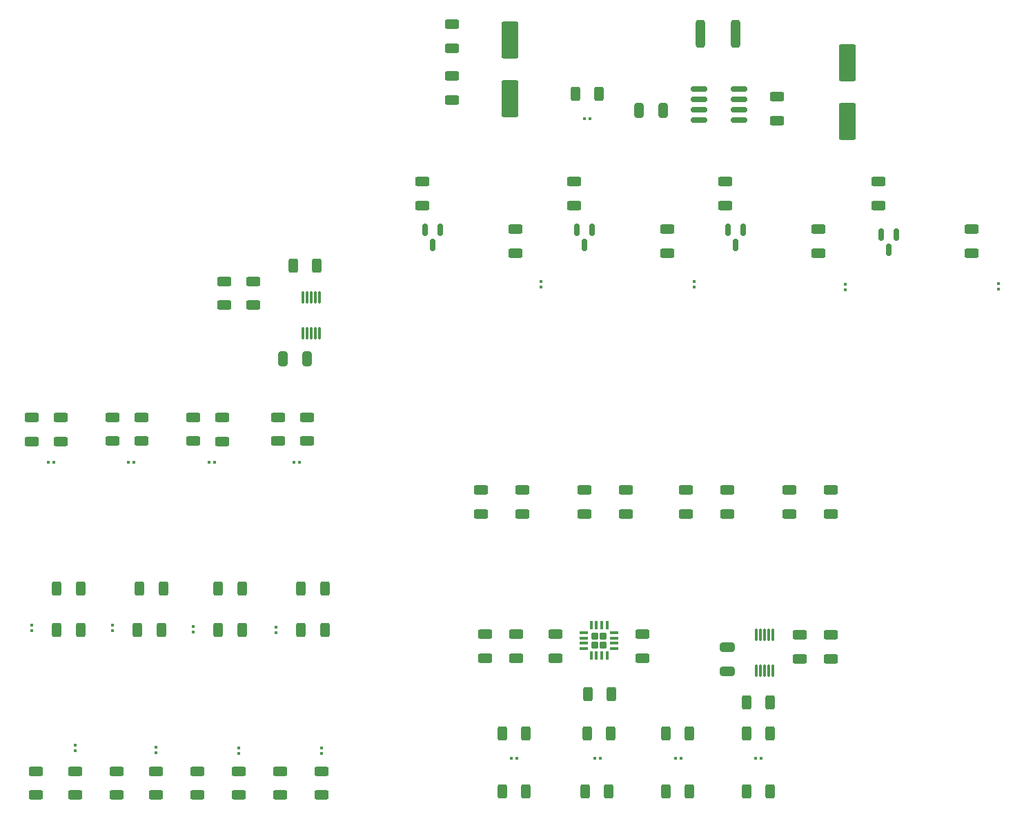
<source format=gtp>
%TF.GenerationSoftware,KiCad,Pcbnew,(6.0.9)*%
%TF.CreationDate,2022-12-14T18:51:27-08:00*%
%TF.ProjectId,halloween vending machine,68616c6c-6f77-4656-956e-2076656e6469,rev?*%
%TF.SameCoordinates,Original*%
%TF.FileFunction,Paste,Top*%
%TF.FilePolarity,Positive*%
%FSLAX46Y46*%
G04 Gerber Fmt 4.6, Leading zero omitted, Abs format (unit mm)*
G04 Created by KiCad (PCBNEW (6.0.9)) date 2022-12-14 18:51:27*
%MOMM*%
%LPD*%
G01*
G04 APERTURE LIST*
G04 Aperture macros list*
%AMRoundRect*
0 Rectangle with rounded corners*
0 $1 Rounding radius*
0 $2 $3 $4 $5 $6 $7 $8 $9 X,Y pos of 4 corners*
0 Add a 4 corners polygon primitive as box body*
4,1,4,$2,$3,$4,$5,$6,$7,$8,$9,$2,$3,0*
0 Add four circle primitives for the rounded corners*
1,1,$1+$1,$2,$3*
1,1,$1+$1,$4,$5*
1,1,$1+$1,$6,$7*
1,1,$1+$1,$8,$9*
0 Add four rect primitives between the rounded corners*
20,1,$1+$1,$2,$3,$4,$5,0*
20,1,$1+$1,$4,$5,$6,$7,0*
20,1,$1+$1,$6,$7,$8,$9,0*
20,1,$1+$1,$8,$9,$2,$3,0*%
G04 Aperture macros list end*
%ADD10RoundRect,0.250000X-0.625000X0.312500X-0.625000X-0.312500X0.625000X-0.312500X0.625000X0.312500X0*%
%ADD11RoundRect,0.079500X0.079500X0.100500X-0.079500X0.100500X-0.079500X-0.100500X0.079500X-0.100500X0*%
%ADD12RoundRect,0.250000X-0.312500X-0.625000X0.312500X-0.625000X0.312500X0.625000X-0.312500X0.625000X0*%
%ADD13RoundRect,0.079500X0.100500X-0.079500X0.100500X0.079500X-0.100500X0.079500X-0.100500X-0.079500X0*%
%ADD14RoundRect,0.250000X0.650000X-0.325000X0.650000X0.325000X-0.650000X0.325000X-0.650000X-0.325000X0*%
%ADD15RoundRect,0.250000X0.625000X-0.312500X0.625000X0.312500X-0.625000X0.312500X-0.625000X-0.312500X0*%
%ADD16RoundRect,0.075000X0.075000X-0.650000X0.075000X0.650000X-0.075000X0.650000X-0.075000X-0.650000X0*%
%ADD17RoundRect,0.150000X-0.150000X0.587500X-0.150000X-0.587500X0.150000X-0.587500X0.150000X0.587500X0*%
%ADD18RoundRect,0.212500X0.212500X0.212500X-0.212500X0.212500X-0.212500X-0.212500X0.212500X-0.212500X0*%
%ADD19RoundRect,0.087500X0.425000X0.087500X-0.425000X0.087500X-0.425000X-0.087500X0.425000X-0.087500X0*%
%ADD20RoundRect,0.087500X0.087500X0.425000X-0.087500X0.425000X-0.087500X-0.425000X0.087500X-0.425000X0*%
%ADD21RoundRect,0.079500X-0.100500X0.079500X-0.100500X-0.079500X0.100500X-0.079500X0.100500X0.079500X0*%
%ADD22RoundRect,0.150000X-0.825000X-0.150000X0.825000X-0.150000X0.825000X0.150000X-0.825000X0.150000X0*%
%ADD23RoundRect,0.250000X0.312500X0.625000X-0.312500X0.625000X-0.312500X-0.625000X0.312500X-0.625000X0*%
%ADD24RoundRect,0.250001X0.799999X-1.999999X0.799999X1.999999X-0.799999X1.999999X-0.799999X-1.999999X0*%
%ADD25RoundRect,0.250000X0.325000X0.650000X-0.325000X0.650000X-0.325000X-0.650000X0.325000X-0.650000X0*%
%ADD26RoundRect,0.079500X-0.079500X-0.100500X0.079500X-0.100500X0.079500X0.100500X-0.079500X0.100500X0*%
%ADD27RoundRect,0.250000X-0.312500X-1.450000X0.312500X-1.450000X0.312500X1.450000X-0.312500X1.450000X0*%
%ADD28RoundRect,0.075000X-0.075000X0.650000X-0.075000X-0.650000X0.075000X-0.650000X0.075000X0.650000X0*%
G04 APERTURE END LIST*
D10*
%TO.C,R24*%
X87026000Y-48063500D03*
X87026000Y-50988500D03*
%TD*%
D11*
%TO.C,D19*%
X96749000Y-113030000D03*
X97439000Y-113030000D03*
%TD*%
D12*
%TO.C,R21*%
X40915500Y-92151000D03*
X43840500Y-92151000D03*
%TD*%
D13*
%TO.C,D13*%
X127508000Y-55491000D03*
X127508000Y-54801000D03*
%TD*%
D14*
%TO.C,C4*%
X113030000Y-102313000D03*
X113030000Y-99363000D03*
%TD*%
D15*
%TO.C,R50*%
X47458000Y-74055500D03*
X47458000Y-71130500D03*
%TD*%
D16*
%TO.C,U17*%
X60976000Y-60874000D03*
X61476000Y-60874000D03*
X61976000Y-60874000D03*
X62476000Y-60874000D03*
X62976000Y-60874000D03*
X62976000Y-56474000D03*
X62476000Y-56474000D03*
X61976000Y-56474000D03*
X61476000Y-56474000D03*
X60976000Y-56474000D03*
%TD*%
D11*
%TO.C,D18*%
X87213000Y-113030000D03*
X86523000Y-113030000D03*
%TD*%
D12*
%TO.C,R17*%
X40661500Y-97231000D03*
X43586500Y-97231000D03*
%TD*%
D17*
%TO.C,Q1*%
X77816000Y-48159000D03*
X75916000Y-48159000D03*
X76866000Y-50034000D03*
%TD*%
D10*
%TO.C,R27*%
X124206000Y-48095500D03*
X124206000Y-51020500D03*
%TD*%
D12*
%TO.C,R18*%
X50567500Y-97231000D03*
X53492500Y-97231000D03*
%TD*%
D13*
%TO.C,D10*%
X90170000Y-55205000D03*
X90170000Y-54515000D03*
%TD*%
D10*
%TO.C,R31*%
X131572000Y-42225500D03*
X131572000Y-45150500D03*
%TD*%
D12*
%TO.C,R20*%
X30755500Y-92151000D03*
X33680500Y-92151000D03*
%TD*%
D18*
%TO.C,U3*%
X96757000Y-99077000D03*
X97807000Y-98027000D03*
X97807000Y-99077000D03*
X96757000Y-98027000D03*
D19*
X99144500Y-99527000D03*
X99144500Y-98877000D03*
X99144500Y-98227000D03*
X99144500Y-97577000D03*
D20*
X98257000Y-96689500D03*
X97607000Y-96689500D03*
X96957000Y-96689500D03*
X96307000Y-96689500D03*
D19*
X95419500Y-97577000D03*
X95419500Y-98227000D03*
X95419500Y-98877000D03*
X95419500Y-99527000D03*
D20*
X96307000Y-100414500D03*
X96957000Y-100414500D03*
X97607000Y-100414500D03*
X98257000Y-100414500D03*
%TD*%
D21*
%TO.C,D6*%
X27646000Y-96632000D03*
X27646000Y-97322000D03*
%TD*%
D22*
%TO.C,U2*%
X109539000Y-30861000D03*
X109539000Y-32131000D03*
X109539000Y-33401000D03*
X109539000Y-34671000D03*
X114489000Y-34671000D03*
X114489000Y-33401000D03*
X114489000Y-32131000D03*
X114489000Y-30861000D03*
%TD*%
D23*
%TO.C,R44*%
X108396500Y-109982000D03*
X105471500Y-109982000D03*
%TD*%
D24*
%TO.C,C3*%
X86360000Y-32092000D03*
X86360000Y-24892000D03*
%TD*%
D15*
%TO.C,R51*%
X57872000Y-74055500D03*
X57872000Y-71130500D03*
%TD*%
D21*
%TO.C,D8*%
X47458000Y-97485000D03*
X47458000Y-96795000D03*
%TD*%
D11*
%TO.C,D23*%
X40223000Y-76657000D03*
X39533000Y-76657000D03*
%TD*%
D15*
%TO.C,R8*%
X28154000Y-117489500D03*
X28154000Y-114564500D03*
%TD*%
%TO.C,R5*%
X91948000Y-100715000D03*
X91948000Y-97790000D03*
%TD*%
%TO.C,R13*%
X53046000Y-117489500D03*
X53046000Y-114564500D03*
%TD*%
D10*
%TO.C,R26*%
X105664000Y-48067500D03*
X105664000Y-50992500D03*
%TD*%
D15*
%TO.C,R59*%
X51308000Y-57404000D03*
X51308000Y-54479000D03*
%TD*%
D10*
%TO.C,R30*%
X112776000Y-42253500D03*
X112776000Y-45178500D03*
%TD*%
D21*
%TO.C,D4*%
X53046000Y-112399000D03*
X53046000Y-111709000D03*
%TD*%
D15*
%TO.C,R12*%
X47966000Y-117489500D03*
X47966000Y-114564500D03*
%TD*%
D12*
%TO.C,R23*%
X60727500Y-92151000D03*
X63652500Y-92151000D03*
%TD*%
D21*
%TO.C,D7*%
X37552000Y-96632000D03*
X37552000Y-97322000D03*
%TD*%
D10*
%TO.C,R35*%
X100584000Y-80071500D03*
X100584000Y-82996500D03*
%TD*%
D23*
%TO.C,R42*%
X98744500Y-109982000D03*
X95819500Y-109982000D03*
%TD*%
D10*
%TO.C,R33*%
X125730000Y-80071500D03*
X125730000Y-82996500D03*
%TD*%
D13*
%TO.C,D14*%
X146304000Y-55397000D03*
X146304000Y-54707000D03*
%TD*%
D15*
%TO.C,R60*%
X125730000Y-100776500D03*
X125730000Y-97851500D03*
%TD*%
D23*
%TO.C,R46*%
X118302500Y-109982000D03*
X115377500Y-109982000D03*
%TD*%
D21*
%TO.C,D2*%
X32980000Y-112054000D03*
X32980000Y-111364000D03*
%TD*%
D10*
%TO.C,R2*%
X79248000Y-22921500D03*
X79248000Y-25846500D03*
%TD*%
D21*
%TO.C,D9*%
X57618000Y-97576000D03*
X57618000Y-96886000D03*
%TD*%
D11*
%TO.C,D25*%
X59853000Y-76657000D03*
X60543000Y-76657000D03*
%TD*%
D25*
%TO.C,C5*%
X61419000Y-64008000D03*
X58469000Y-64008000D03*
%TD*%
D15*
%TO.C,R39*%
X95504000Y-82996500D03*
X95504000Y-80071500D03*
%TD*%
%TO.C,R49*%
X37552000Y-74055500D03*
X37552000Y-71130500D03*
%TD*%
D23*
%TO.C,R57*%
X118302500Y-106172000D03*
X115377500Y-106172000D03*
%TD*%
D15*
%TO.C,R11*%
X42886000Y-117489500D03*
X42886000Y-114564500D03*
%TD*%
D21*
%TO.C,D3*%
X42886000Y-111618000D03*
X42886000Y-112308000D03*
%TD*%
D23*
%TO.C,R43*%
X98490500Y-117094000D03*
X95565500Y-117094000D03*
%TD*%
D12*
%TO.C,R19*%
X60727500Y-97231000D03*
X63652500Y-97231000D03*
%TD*%
D15*
%TO.C,R62*%
X54864000Y-57404000D03*
X54864000Y-54479000D03*
%TD*%
D10*
%TO.C,R25*%
X75596000Y-42221500D03*
X75596000Y-45146500D03*
%TD*%
D26*
%TO.C,D26*%
X95500000Y-34500000D03*
X96190000Y-34500000D03*
%TD*%
D23*
%TO.C,R40*%
X88330500Y-109982000D03*
X85405500Y-109982000D03*
%TD*%
D15*
%TO.C,R6*%
X87122000Y-100715000D03*
X87122000Y-97790000D03*
%TD*%
D21*
%TO.C,D5*%
X63206000Y-112399000D03*
X63206000Y-111709000D03*
%TD*%
D11*
%TO.C,D22*%
X29668000Y-76667000D03*
X30358000Y-76667000D03*
%TD*%
D23*
%TO.C,R41*%
X88330500Y-117094000D03*
X85405500Y-117094000D03*
%TD*%
D12*
%TO.C,R63*%
X94382500Y-31480000D03*
X97307500Y-31480000D03*
%TD*%
%TO.C,R56*%
X95881000Y-105156000D03*
X98806000Y-105156000D03*
%TD*%
D17*
%TO.C,Q3*%
X114996000Y-48163000D03*
X113096000Y-48163000D03*
X114046000Y-50038000D03*
%TD*%
D11*
%TO.C,D24*%
X49439000Y-76657000D03*
X50129000Y-76657000D03*
%TD*%
D10*
%TO.C,R32*%
X113030000Y-80071500D03*
X113030000Y-82996500D03*
%TD*%
D17*
%TO.C,Q4*%
X133792000Y-48699000D03*
X131892000Y-48699000D03*
X132842000Y-50574000D03*
%TD*%
D10*
%TO.C,R29*%
X94234000Y-42225500D03*
X94234000Y-45150500D03*
%TD*%
%TO.C,R34*%
X87884000Y-80071500D03*
X87884000Y-82996500D03*
%TD*%
D27*
%TO.C,L1*%
X109728000Y-24130000D03*
X114003000Y-24130000D03*
%TD*%
D13*
%TO.C,D12*%
X108966000Y-54519000D03*
X108966000Y-55209000D03*
%TD*%
D10*
%TO.C,R7*%
X102616000Y-97790000D03*
X102616000Y-100715000D03*
%TD*%
D15*
%TO.C,R48*%
X27646000Y-74117000D03*
X27646000Y-71192000D03*
%TD*%
D25*
%TO.C,C2*%
X105107000Y-33528000D03*
X102157000Y-33528000D03*
%TD*%
D15*
%TO.C,R38*%
X82804000Y-82996500D03*
X82804000Y-80071500D03*
%TD*%
D10*
%TO.C,R28*%
X143002000Y-48067500D03*
X143002000Y-50992500D03*
%TD*%
D11*
%TO.C,D21*%
X116495000Y-113030000D03*
X117185000Y-113030000D03*
%TD*%
D15*
%TO.C,R52*%
X31202000Y-74117000D03*
X31202000Y-71192000D03*
%TD*%
D23*
%TO.C,R45*%
X108396500Y-117094000D03*
X105471500Y-117094000D03*
%TD*%
D11*
%TO.C,D20*%
X106655000Y-113030000D03*
X107345000Y-113030000D03*
%TD*%
D15*
%TO.C,R54*%
X51014000Y-74117000D03*
X51014000Y-71192000D03*
%TD*%
%TO.C,R61*%
X121920000Y-100776500D03*
X121920000Y-97851500D03*
%TD*%
%TO.C,R36*%
X107950000Y-82996500D03*
X107950000Y-80071500D03*
%TD*%
%TO.C,R37*%
X120650000Y-82996500D03*
X120650000Y-80071500D03*
%TD*%
D23*
%TO.C,R58*%
X62676500Y-52578000D03*
X59751500Y-52578000D03*
%TD*%
D24*
%TO.C,C1*%
X127762000Y-34842000D03*
X127762000Y-27642000D03*
%TD*%
D15*
%TO.C,R55*%
X61428000Y-74055500D03*
X61428000Y-71130500D03*
%TD*%
%TO.C,R9*%
X32980000Y-117489500D03*
X32980000Y-114564500D03*
%TD*%
D17*
%TO.C,Q2*%
X96454000Y-48163000D03*
X94554000Y-48163000D03*
X95504000Y-50038000D03*
%TD*%
D15*
%TO.C,R15*%
X63206000Y-117489500D03*
X63206000Y-114564500D03*
%TD*%
%TO.C,R1*%
X119126000Y-34736500D03*
X119126000Y-31811500D03*
%TD*%
D28*
%TO.C,U4*%
X118602000Y-97876000D03*
X118102000Y-97876000D03*
X117602000Y-97876000D03*
X117102000Y-97876000D03*
X116602000Y-97876000D03*
X116602000Y-102276000D03*
X117102000Y-102276000D03*
X117602000Y-102276000D03*
X118102000Y-102276000D03*
X118602000Y-102276000D03*
%TD*%
D12*
%TO.C,R16*%
X30755500Y-97231000D03*
X33680500Y-97231000D03*
%TD*%
D10*
%TO.C,R3*%
X79248000Y-29271500D03*
X79248000Y-32196500D03*
%TD*%
D15*
%TO.C,R4*%
X83312000Y-100715000D03*
X83312000Y-97790000D03*
%TD*%
D12*
%TO.C,R22*%
X50567500Y-92151000D03*
X53492500Y-92151000D03*
%TD*%
D23*
%TO.C,R47*%
X118302500Y-117094000D03*
X115377500Y-117094000D03*
%TD*%
D15*
%TO.C,R10*%
X38060000Y-117489500D03*
X38060000Y-114564500D03*
%TD*%
%TO.C,R53*%
X41108000Y-74055500D03*
X41108000Y-71130500D03*
%TD*%
%TO.C,R14*%
X58126000Y-117489500D03*
X58126000Y-114564500D03*
%TD*%
M02*

</source>
